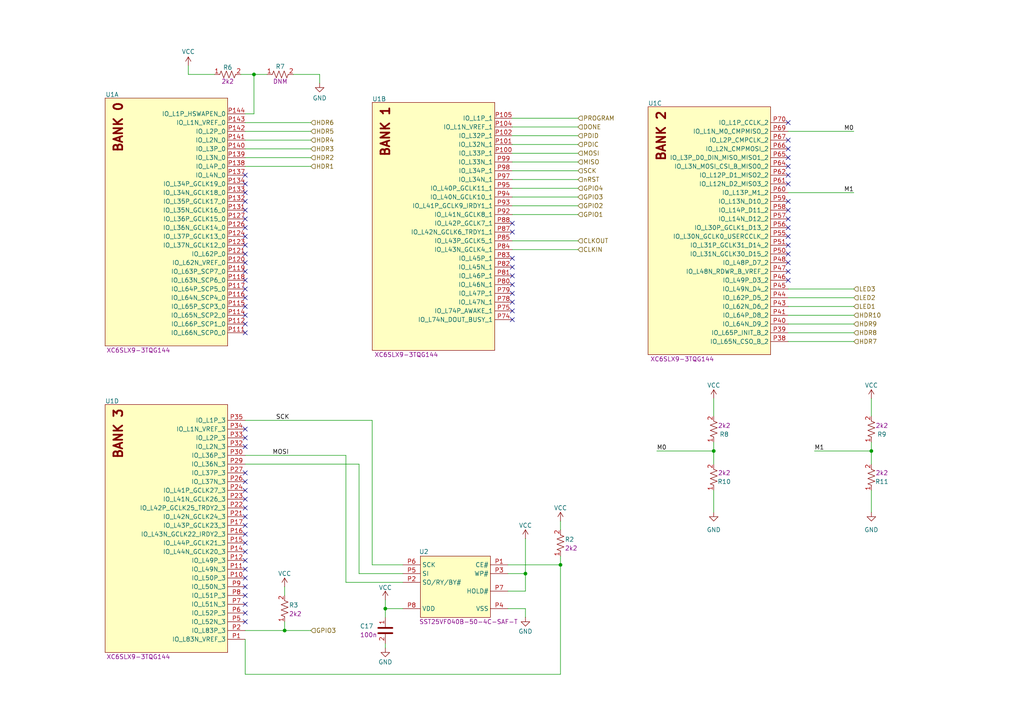
<source format=kicad_sch>
(kicad_sch (version 20231120) (generator "eeschema") (generator_version "8.0")
  (paper "A4")
  (lib_symbols
    (symbol "0603_Yageo_Res:RES_2k2_0603"
      (property "Reference" "R" (at -20.32 5.08 0))
      (property "Display Value" "2k2" (at 15.24 5.08 0))
      (symbol "RES_2k2_0603_0_1"
        (polyline (pts (xy -2.286 0) (xy -2.54 0)))
        (polyline (pts (xy 2.286 0) (xy 2.54 0)))
        (polyline (pts (xy -2.286 0) (xy -1.905 1.016) (xy -1.524 0) (xy -1.143 -1.016) (xy -0.762 0)))
        (polyline (pts (xy -0.762 0) (xy -0.381 1.016) (xy 0 0) (xy 0.381 -1.016) (xy 0.762 0)))
        (polyline (pts (xy 0.762 0) (xy 1.143 1.016) (xy 1.524 0) (xy 1.905 -1.016) (xy 2.286 0)))
      )
      (symbol "RES_2k2_0603_1_1"
        (pin passive line (at -3.81 0 0) (length 1.27) (name "~") (number "1"))
        (pin passive line (at 3.81 0 180) (length 1.27) (name "~") (number "2"))
      )
    )
    (symbol "nae_caps:CAP_100n_6.3V_0603"
      (property "Reference" "C" (at -20.32 5.08 0))
      (property "Display Value" "100n" (at 15.24 5.08 0))
      (symbol "CAP_100n_6.3V_0603_0_1"
        (polyline (pts (xy -0.762 -2.032) (xy -0.762 2.032)) (stroke (width 0.508)))
        (polyline (pts (xy 0.762 -2.032) (xy 0.762 2.032)) (stroke (width 0.508)))
      )
      (symbol "CAP_100n_6.3V_0603_1_1"
        (pin passive line (at -3.81 0 0) (length 2.794) (name "~") (number "1"))
        (pin passive line (at 3.81 0 180) (length 2.794) (name "~") (number "2"))
      )
    )
    (symbol "power:GND" (power) (pin_numbers hide) (pin_names (offset 0) hide)
      (property "Value" "GND" (at 0 -3.81 0))
      (symbol "GND_0_1"
        (polyline (pts (xy 0 0) (xy 0 -1.27) (xy 1.27 -1.27) (xy 0 -2.54) (xy -1.27 -1.27) (xy 0 -1.27)))
      )
      (symbol "GND_1_1"
        (pin power_in line (at 0 0 270) (length 0) (name "~") (number "1"))
      )
    )
    (symbol "power:VCC" (power) (pin_numbers hide) (pin_names (offset 0) hide)
      (property "Value" "VCC" (at 0 3.556 0))
      (symbol "VCC_0_1"
        (polyline (pts (xy -0.762 1.27) (xy 0 2.54)))
        (polyline (pts (xy 0 0) (xy 0 2.54)))
        (polyline (pts (xy 0 2.54) (xy 0.762 1.27)))
      )
      (symbol "VCC_1_1"
        (pin power_in line (at 0 0 90) (length 0) (name "~") (number "1"))
      )
    )
    (symbol "tutorial_2_library:DNM_RES_0603_1"
      (property "Reference" "R" (at -20.32 5.08 0))
      (property "Display Value" "DNM" (at 15.24 5.08 0))
      (symbol "DNM_RES_0603_1_0_1"
        (polyline (pts (xy -2.286 0) (xy -2.54 0)))
        (polyline (pts (xy 2.286 0) (xy 2.54 0)))
        (polyline (pts (xy -2.286 0) (xy -1.905 1.016) (xy -1.524 0) (xy -1.143 -1.016) (xy -0.762 0)))
        (polyline (pts (xy -0.762 0) (xy -0.381 1.016) (xy 0 0) (xy 0.381 -1.016) (xy 0.762 0)))
        (polyline (pts (xy 0.762 0) (xy 1.143 1.016) (xy 1.524 0) (xy 1.905 -1.016) (xy 2.286 0)))
      )
      (symbol "DNM_RES_0603_1_1_1"
        (pin passive line (at -3.81 0 0) (length 1.27) (name "~") (number "1"))
        (pin passive line (at 3.81 0 180) (length 1.27) (name "~") (number "2"))
      )
    )
    (symbol "tutorial_2_library:SST25VF040B-50-4C-SAF-T"
      (property "Reference" "U" (at -9.652 3.556 0))
      (property "Display Value" "SST25VF040B-50-4C-SAF-T" (at 3.81 -16.51 0))
      (symbol "SST25VF040B-50-4C-SAF-T_1_1"
        (rectangle (start -10.16 2.54) (end 10.16 -15.24) (fill (type background)))
        (pin unspecified line (at 15.24 0 180) (length 5.08) (name "CE#") (number "P1"))
        (pin unspecified line (at -15.24 -5.08 0) (length 5.08) (name "SO/RY/BY#") (number "P2"))
        (pin unspecified line (at 15.24 -2.54 180) (length 5.08) (name "WP#") (number "P3"))
        (pin unspecified line (at 15.24 -12.7 180) (length 5.08) (name "VSS") (number "P4"))
        (pin unspecified line (at -15.24 -2.54 0) (length 5.08) (name "SI") (number "P5"))
        (pin unspecified line (at -15.24 0 0) (length 5.08) (name "SCK") (number "P6"))
        (pin unspecified line (at 15.24 -7.62 180) (length 5.08) (name "HOLD#") (number "P7"))
        (pin unspecified line (at -15.24 -12.7 0) (length 5.08) (name "VDD") (number "P8"))
      )
    )
    (symbol "tutorial_2_library:XC6SLX9-3TQG144"
      (property "Reference" "U" (at -17.78 6.35 0))
      (property "Display Value" "XC6SLX9-3TQG144" (at -10.16 -69.85 0))
      (symbol "XC6SLX9-3TQG144_1_1"
        (rectangle (start -19.05 4.572) (end 16.51 -67.31) (fill (type background)))
        (text "BANK 0" (at -15.24 -3.81 900) (effects (font (size 2.54 2.54) (thickness 0.508) (bold yes))))
        (pin unspecified line (at 21.59 -63.5 180) (length 5.08) (name "IO_L66N_SCP0_0") (number "P111"))
        (pin unspecified line (at 21.59 -60.96 180) (length 5.08) (name "IO_L66P_SCP1_0") (number "P112"))
        (pin unspecified line (at 21.59 -58.42 180) (length 5.08) (name "IO_L65N_SCP2_0") (number "P114"))
        (pin unspecified line (at 21.59 -55.88 180) (length 5.08) (name "IO_L65P_SCP3_0") (number "P115"))
        (pin unspecified line (at 21.59 -53.34 180) (length 5.08) (name "IO_L64N_SCP4_0") (number "P116"))
        (pin unspecified line (at 21.59 -50.8 180) (length 5.08) (name "IO_L64P_SCP5_0") (number "P117"))
        (pin unspecified line (at 21.59 -48.26 180) (length 5.08) (name "IO_L63N_SCP6_0") (number "P118"))
        (pin unspecified line (at 21.59 -45.72 180) (length 5.08) (name "IO_L63P_SCP7_0") (number "P119"))
        (pin unspecified line (at 21.59 -43.18 180) (length 5.08) (name "IO_L62N_VREF_0") (number "P120"))
        (pin unspecified line (at 21.59 -40.64 180) (length 5.08) (name "IO_L62P_0") (number "P121"))
        (pin unspecified line (at 21.59 -38.1 180) (length 5.08) (name "IO_L37N_GCLK12_0") (number "P123"))
        (pin unspecified line (at 21.59 -35.56 180) (length 5.08) (name "IO_L37P_GCLK13_0") (number "P124"))
        (pin unspecified line (at 21.59 -33.02 180) (length 5.08) (name "IO_L36N_GCLK14_0") (number "P126"))
        (pin unspecified line (at 21.59 -30.48 180) (length 5.08) (name "IO_L36P_GCLK15_0") (number "P127"))
        (pin unspecified line (at 21.59 -27.94 180) (length 5.08) (name "IO_L35N_GCLK16_0") (number "P131"))
        (pin unspecified line (at 21.59 -25.4 180) (length 5.08) (name "IO_L35P_GCLK17_0") (number "P132"))
        (pin unspecified line (at 21.59 -22.86 180) (length 5.08) (name "IO_L34N_GCLK18_0") (number "P133"))
        (pin unspecified line (at 21.59 -20.32 180) (length 5.08) (name "IO_L34P_GCLK19_0") (number "P134"))
        (pin unspecified line (at 21.59 -17.78 180) (length 5.08) (name "IO_L4N_0") (number "P137"))
        (pin unspecified line (at 21.59 -15.24 180) (length 5.08) (name "IO_L4P_0") (number "P138"))
        (pin unspecified line (at 21.59 -12.7 180) (length 5.08) (name "IO_L3N_0") (number "P139"))
        (pin unspecified line (at 21.59 -10.16 180) (length 5.08) (name "IO_L3P_0") (number "P140"))
        (pin unspecified line (at 21.59 -7.62 180) (length 5.08) (name "IO_L2N_0") (number "P141"))
        (pin unspecified line (at 21.59 -5.08 180) (length 5.08) (name "IO_L2P_0") (number "P142"))
        (pin unspecified line (at 21.59 -2.54 180) (length 5.08) (name "IO_L1N_VREF_0") (number "P143"))
        (pin unspecified line (at 21.59 0 180) (length 5.08) (name "IO_L1P_HSWAPEN_0") (number "P144"))
      )
      (symbol "XC6SLX9-3TQG144_2_1"
        (rectangle (start -19.05 4.572) (end 16.51 -67.31) (fill (type background)))
        (text "BANK 1" (at -15.24 -3.81 900) (effects (font (size 2.54 2.54) (thickness 0.508) (bold yes))))
        (pin unspecified line (at 21.59 -10.16 180) (length 5.08) (name "IO_L33P_1") (number "P100"))
        (pin unspecified line (at 21.59 -7.62 180) (length 5.08) (name "IO_L32N_1") (number "P101"))
        (pin unspecified line (at 21.59 -5.08 180) (length 5.08) (name "IO_L32P_1") (number "P102"))
        (pin unspecified line (at 21.59 -2.54 180) (length 5.08) (name "IO_L1N_VREF_1") (number "P104"))
        (pin unspecified line (at 21.59 0 180) (length 5.08) (name "IO_L1P_1") (number "P105"))
        (pin unspecified line (at 21.59 -58.42 180) (length 5.08) (name "IO_L74N_DOUT_BUSY_1") (number "P74"))
        (pin unspecified line (at 21.59 -55.88 180) (length 5.08) (name "IO_L74P_AWAKE_1") (number "P75"))
        (pin unspecified line (at 21.59 -53.34 180) (length 5.08) (name "IO_L47N_1") (number "P78"))
        (pin unspecified line (at 21.59 -50.8 180) (length 5.08) (name "IO_L47P_1") (number "P79"))
        (pin unspecified line (at 21.59 -48.26 180) (length 5.08) (name "IO_L46N_1") (number "P80"))
        (pin unspecified line (at 21.59 -45.72 180) (length 5.08) (name "IO_L46P_1") (number "P81"))
        (pin unspecified line (at 21.59 -43.18 180) (length 5.08) (name "IO_L45N_1") (number "P82"))
        (pin unspecified line (at 21.59 -40.64 180) (length 5.08) (name "IO_L45P_1") (number "P83"))
        (pin unspecified line (at 21.59 -38.1 180) (length 5.08) (name "IO_L43N_GCLK4_1") (number "P84"))
        (pin unspecified line (at 21.59 -35.56 180) (length 5.08) (name "IO_L43P_GCLK5_1") (number "P85"))
        (pin unspecified line (at 21.59 -33.02 180) (length 5.08) (name "IO_L42N_GCLK6_TRDY1_1") (number "P87"))
        (pin unspecified line (at 21.59 -30.48 180) (length 5.08) (name "IO_L42P_GCLK7_1") (number "P88"))
        (pin unspecified line (at 21.59 -27.94 180) (length 5.08) (name "IO_L41N_GCLK8_1") (number "P92"))
        (pin unspecified line (at 21.59 -25.4 180) (length 5.08) (name "IO_L41P_GCLK9_IRDY1_1") (number "P93"))
        (pin unspecified line (at 21.59 -22.86 180) (length 5.08) (name "IO_L40N_GCLK10_1") (number "P94"))
        (pin unspecified line (at 21.59 -20.32 180) (length 5.08) (name "IO_L40P_GCLK11_1") (number "P95"))
        (pin unspecified line (at 21.59 -17.78 180) (length 5.08) (name "IO_L34N_1") (number "P97"))
        (pin unspecified line (at 21.59 -15.24 180) (length 5.08) (name "IO_L34P_1") (number "P98"))
        (pin unspecified line (at 21.59 -12.7 180) (length 5.08) (name "IO_L33N_1") (number "P99"))
      )
      (symbol "XC6SLX9-3TQG144_3_1"
        (rectangle (start -19.05 4.572) (end 16.51 -67.31) (fill (type background)))
        (text "BANK 2\n" (at -15.24 -3.81 900) (effects (font (size 2.54 2.54) (thickness 0.508) (bold yes))))
        (pin unspecified line (at 21.59 -63.5 180) (length 5.08) (name "IO_L65N_CSO_B_2") (number "P38"))
        (pin unspecified line (at 21.59 -60.96 180) (length 5.08) (name "IO_L65P_INIT_B_2") (number "P39"))
        (pin unspecified line (at 21.59 -58.42 180) (length 5.08) (name "IO_L64N_D9_2") (number "P40"))
        (pin unspecified line (at 21.59 -55.88 180) (length 5.08) (name "IO_L64P_D8_2") (number "P41"))
        (pin unspecified line (at 21.59 -53.34 180) (length 5.08) (name "IO_L62N_D6_2") (number "P43"))
        (pin unspecified line (at 21.59 -50.8 180) (length 5.08) (name "IO_L62P_D5_2") (number "P44"))
        (pin unspecified line (at 21.59 -48.26 180) (length 5.08) (name "IO_L49N_D4_2") (number "P45"))
        (pin unspecified line (at 21.59 -45.72 180) (length 5.08) (name "IO_L49P_D3_2") (number "P46"))
        (pin unspecified line (at 21.59 -43.18 180) (length 5.08) (name "IO_L48N_RDWR_B_VREF_2") (number "P47"))
        (pin unspecified line (at 21.59 -40.64 180) (length 5.08) (name "IO_L48P_D7_2") (number "P48"))
        (pin unspecified line (at 21.59 -38.1 180) (length 5.08) (name "IO_L31N_GCLK30_D15_2") (number "P50"))
        (pin unspecified line (at 21.59 -35.56 180) (length 5.08) (name "IO_L31P_GCLK31_D14_2") (number "P51"))
        (pin unspecified line (at 21.59 -33.02 180) (length 5.08) (name "IO_L30N_GCLK0_USERCCLK_2") (number "P55"))
        (pin unspecified line (at 21.59 -30.48 180) (length 5.08) (name "IO_L30P_GCLK1_D13_2") (number "P56"))
        (pin unspecified line (at 21.59 -27.94 180) (length 5.08) (name "IO_L14N_D12_2") (number "P57"))
        (pin unspecified line (at 21.59 -25.4 180) (length 5.08) (name "IO_L14P_D11_2") (number "P58"))
        (pin unspecified line (at 21.59 -22.86 180) (length 5.08) (name "IO_L13N_D10_2") (number "P59"))
        (pin unspecified line (at 21.59 -20.32 180) (length 5.08) (name "IO_L13P_M1_2") (number "P60"))
        (pin unspecified line (at 21.59 -17.78 180) (length 5.08) (name "IO_L12N_D2_MISO3_2") (number "P61"))
        (pin unspecified line (at 21.59 -15.24 180) (length 5.08) (name "IO_L12P_D1_MISO2_2") (number "P62"))
        (pin unspecified line (at 21.59 -12.7 180) (length 5.08) (name "IO_L3N_MOSI_CSI_B_MISO0_2") (number "P64"))
        (pin unspecified line (at 21.59 -10.16 180) (length 5.08) (name "IO_L3P_D0_DIN_MISO_MISO1_2") (number "P65"))
        (pin unspecified line (at 21.59 -7.62 180) (length 5.08) (name "IO_L2N_CMPMOSI_2") (number "P66"))
        (pin unspecified line (at 21.59 -5.08 180) (length 5.08) (name "IO_L2P_CMPCLK_2") (number "P67"))
        (pin unspecified line (at 21.59 -2.54 180) (length 5.08) (name "IO_L1N_M0_CMPMISO_2") (number "P69"))
        (pin unspecified line (at 21.59 0 180) (length 5.08) (name "IO_L1P_CCLK_2") (number "P70"))
      )
      (symbol "XC6SLX9-3TQG144_4_1"
        (rectangle (start -19.05 4.572) (end 16.51 -67.31) (fill (type background)))
        (text "BANK 3" (at -15.24 -3.81 900) (effects (font (size 2.54 2.54) (thickness 0.508) (bold yes))))
        (pin unspecified line (at 21.59 -63.5 180) (length 5.08) (name "IO_L83N_VREF_3") (number "P1"))
        (pin unspecified line (at 21.59 -45.72 180) (length 5.08) (name "IO_L50P_3") (number "P10"))
        (pin unspecified line (at 21.59 -43.18 180) (length 5.08) (name "IO_L49N_3") (number "P11"))
        (pin unspecified line (at 21.59 -40.64 180) (length 5.08) (name "IO_L49P_3") (number "P12"))
        (pin unspecified line (at 21.59 -38.1 180) (length 5.08) (name "IO_L44N_GCLK20_3") (number "P14"))
        (pin unspecified line (at 21.59 -35.56 180) (length 5.08) (name "IO_L44P_GCLK21_3") (number "P15"))
        (pin unspecified line (at 21.59 -33.02 180) (length 5.08) (name "IO_L43N_GCLK22_IRDY2_3") (number "P16"))
        (pin unspecified line (at 21.59 -30.48 180) (length 5.08) (name "IO_L43P_GCLK23_3") (number "P17"))
        (pin unspecified line (at 21.59 -60.96 180) (length 5.08) (name "IO_L83P_3") (number "P2"))
        (pin unspecified line (at 21.59 -27.94 180) (length 5.08) (name "IO_L42N_GCLK24_3") (number "P21"))
        (pin unspecified line (at 21.59 -25.4 180) (length 5.08) (name "IO_L42P_GCLK25_TRDY2_3") (number "P22"))
        (pin unspecified line (at 21.59 -22.86 180) (length 5.08) (name "IO_L41N_GCLK26_3") (number "P23"))
        (pin unspecified line (at 21.59 -20.32 180) (length 5.08) (name "IO_L41P_GCLK27_3") (number "P24"))
        (pin unspecified line (at 21.59 -17.78 180) (length 5.08) (name "IO_L37N_3") (number "P26"))
        (pin unspecified line (at 21.59 -15.24 180) (length 5.08) (name "IO_L37P_3") (number "P27"))
        (pin unspecified line (at 21.59 -12.7 180) (length 5.08) (name "IO_L36N_3") (number "P29"))
        (pin unspecified line (at 21.59 -10.16 180) (length 5.08) (name "IO_L36P_3") (number "P30"))
        (pin unspecified line (at 21.59 -7.62 180) (length 5.08) (name "IO_L2N_3") (number "P32"))
        (pin unspecified line (at 21.59 -5.08 180) (length 5.08) (name "IO_L2P_3") (number "P33"))
        (pin unspecified line (at 21.59 -2.54 180) (length 5.08) (name "IO_L1N_VREF_3") (number "P34"))
        (pin unspecified line (at 21.59 0 180) (length 5.08) (name "IO_L1P_3") (number "P35"))
        (pin unspecified line (at 21.59 -58.42 180) (length 5.08) (name "IO_L52N_3") (number "P5"))
        (pin unspecified line (at 21.59 -55.88 180) (length 5.08) (name "IO_L52P_3") (number "P6"))
        (pin unspecified line (at 21.59 -53.34 180) (length 5.08) (name "IO_L51N_3") (number "P7"))
        (pin unspecified line (at 21.59 -50.8 180) (length 5.08) (name "IO_L51P_3") (number "P8"))
        (pin unspecified line (at 21.59 -48.26 180) (length 5.08) (name "IO_L50N_3") (number "P9"))
      )
      (symbol "XC6SLX9-3TQG144_5_1"
        (rectangle (start 0 4.064) (end 17.78 -29.718) (fill (type background)))
        (pin unspecified line (at -5.08 -19.05 0) (length 5.08) (name "TDO") (number "P106"))
        (pin unspecified line (at -5.08 -21.59 0) (length 5.08) (name "TMS") (number "P107"))
        (pin unspecified line (at -5.08 -16.51 0) (length 5.08) (name "TCK") (number "P109"))
        (pin unspecified line (at -5.08 -13.97 0) (length 5.08) (name "TDI") (number "P110"))
        (pin unspecified line (at -5.08 -5.08 0) (length 5.08) (name "PROGRAM_B_2") (number "P37"))
        (pin unspecified line (at -5.08 0 0) (length 5.08) (name "DONE_2") (number "P71"))
        (pin unspecified line (at -5.08 -26.67 0) (length 5.08) (name "CMPCS_B_2") (number "P72"))
        (pin unspecified line (at -5.08 -7.62 0) (length 5.08) (name "SUSPEND") (number "P73"))
      )
      (symbol "XC6SLX9-3TQG144_6_1"
        (rectangle (start -10.16 3.81) (end 10.16 -35.814) (fill (type background)))
        (pin unspecified line (at -15.24 -10.16 0) (length 5.08) (name "VCCO_1") (number "P103"))
        (pin unspecified line (at -15.24 -5.08 0) (length 5.08) (name "VCCO_0") (number "P122"))
        (pin unspecified line (at -15.24 -2.54 0) (length 5.08) (name "VCCO_0") (number "P125"))
        (pin unspecified line (at 15.24 -16.51 180) (length 5.08) (name "VCCINT") (number "P128"))
        (pin unspecified line (at 15.24 0 180) (length 5.08) (name "VCCAUX") (number "P129"))
        (pin unspecified line (at -15.24 0 0) (length 5.08) (name "VCCO_0") (number "P135"))
        (pin unspecified line (at -15.24 -30.48 0) (length 5.08) (name "VCCO_3") (number "P18"))
        (pin unspecified line (at 15.24 -26.67 180) (length 5.08) (name "VCCINT") (number "P19"))
        (pin unspecified line (at 15.24 -10.16 180) (length 5.08) (name "VCCAUX") (number "P20"))
        (pin unspecified line (at 15.24 -24.13 180) (length 5.08) (name "VCCINT") (number "P28"))
        (pin unspecified line (at -15.24 -27.94 0) (length 5.08) (name "VCCO_3") (number "P31"))
        (pin unspecified line (at 15.24 -7.62 180) (length 5.08) (name "VCCAUX") (number "P36"))
        (pin unspecified line (at -15.24 -33.02 0) (length 5.08) (name "VCCO_3") (number "P4"))
        (pin unspecified line (at -15.24 -22.86 0) (length 5.08) (name "VCCO_2") (number "P42"))
        (pin unspecified line (at 15.24 -21.59 180) (length 5.08) (name "VCCINT") (number "P52"))
        (pin unspecified line (at 15.24 -5.08 180) (length 5.08) (name "VCCAUX") (number "P53"))
        (pin unspecified line (at -15.24 -20.32 0) (length 5.08) (name "VCCO_2") (number "P63"))
        (pin unspecified line (at -15.24 -15.24 0) (length 5.08) (name "VCCO_1") (number "P76"))
        (pin unspecified line (at -15.24 -12.7 0) (length 5.08) (name "VCCO_1") (number "P86"))
        (pin unspecified line (at 15.24 -19.05 180) (length 5.08) (name "VCCINT") (number "P89"))
        (pin unspecified line (at 15.24 -2.54 180) (length 5.08) (name "VCCAUX") (number "P90"))
      )
      (symbol "XC6SLX9-3TQG144_7_1"
        (rectangle (start -7.62 3.048) (end 7.62 -18.542) (fill (type background)))
        (pin unspecified line (at -12.7 -7.62 0) (length 5.08) (name "GND") (number "P108"))
        (pin unspecified line (at -12.7 -5.08 0) (length 5.08) (name "GND") (number "P113"))
        (pin unspecified line (at -12.7 -12.7 0) (length 5.08) (name "GND") (number "P13"))
        (pin unspecified line (at -12.7 -2.54 0) (length 5.08) (name "GND") (number "P130"))
        (pin unspecified line (at -12.7 0 0) (length 5.08) (name "GND") (number "P136"))
        (pin unspecified line (at -12.7 -10.16 0) (length 5.08) (name "GND") (number "P25"))
        (pin unspecified line (at -12.7 -15.24 0) (length 5.08) (name "GND") (number "P3"))
        (pin unspecified line (at 12.7 -12.7 180) (length 5.08) (name "GND") (number "P49"))
        (pin unspecified line (at 12.7 -10.16 180) (length 5.08) (name "GND") (number "P54"))
        (pin unspecified line (at 12.7 -7.62 180) (length 5.08) (name "GND") (number "P68"))
        (pin unspecified line (at 12.7 -5.08 180) (length 5.08) (name "GND") (number "P77"))
        (pin unspecified line (at 12.7 -2.54 180) (length 5.08) (name "GND") (number "P91"))
        (pin unspecified line (at 12.7 0 180) (length 5.08) (name "GND") (number "P96"))
      )
    )
  )
  (junction (at 111.76 176.53))
  (junction (at 82.55 182.88))
  (junction (at 252.73 130.81))
  (junction (at 162.56 163.83))
  (junction (at 73.66 21.59))
  (junction (at 207.01 130.81))
  (junction (at 152.4 166.37))
  (no_connect (at 71.12 76.2))
  (no_connect (at 71.12 177.8))
  (no_connect (at 71.12 147.32))
  (no_connect (at 71.12 71.12))
  (no_connect (at 71.12 93.98))
  (no_connect (at 71.12 58.42))
  (no_connect (at 71.12 157.48))
  (no_connect (at 71.12 96.52))
  (no_connect (at 71.12 137.16))
  (no_connect (at 71.12 127))
  (no_connect (at 228.6 50.8))
  (no_connect (at 228.6 40.64))
  (no_connect (at 228.6 76.2))
  (no_connect (at 148.59 74.93))
  (no_connect (at 71.12 180.34))
  (no_connect (at 228.6 63.5))
  (no_connect (at 148.59 64.77))
  (no_connect (at 228.6 35.56))
  (no_connect (at 71.12 91.44))
  (no_connect (at 71.12 66.04))
  (no_connect (at 71.12 86.36))
  (no_connect (at 71.12 55.88))
  (no_connect (at 148.59 85.09))
  (no_connect (at 228.6 60.96))
  (no_connect (at 148.59 92.71))
  (no_connect (at 71.12 88.9))
  (no_connect (at 71.12 175.26))
  (no_connect (at 71.12 162.56))
  (no_connect (at 228.6 68.58))
  (no_connect (at 71.12 83.82))
  (no_connect (at 71.12 142.24))
  (no_connect (at 71.12 144.78))
  (no_connect (at 228.6 71.12))
  (no_connect (at 71.12 170.18))
  (no_connect (at 71.12 149.86))
  (no_connect (at 228.6 73.66))
  (no_connect (at 71.12 165.1))
  (no_connect (at 71.12 139.7))
  (no_connect (at 228.6 48.26))
  (no_connect (at 71.12 81.28))
  (no_connect (at 148.59 87.63))
  (no_connect (at 71.12 160.02))
  (no_connect (at 71.12 73.66))
  (no_connect (at 148.59 90.17))
  (no_connect (at 71.12 172.72))
  (no_connect (at 71.12 50.8))
  (no_connect (at 71.12 53.34))
  (no_connect (at 71.12 167.64))
  (no_connect (at 228.6 81.28))
  (no_connect (at 71.12 78.74))
  (no_connect (at 71.12 152.4))
  (no_connect (at 228.6 66.04))
  (no_connect (at 71.12 124.46))
  (no_connect (at 71.12 68.58))
  (no_connect (at 148.59 82.55))
  (no_connect (at 228.6 78.74))
  (no_connect (at 71.12 63.5))
  (no_connect (at 71.12 60.96))
  (no_connect (at 228.6 58.42))
  (no_connect (at 71.12 154.94))
  (no_connect (at 148.59 80.01))
  (no_connect (at 148.59 77.47))
  (no_connect (at 228.6 53.34))
  (no_connect (at 148.59 67.31))
  (no_connect (at 228.6 45.72))
  (no_connect (at 228.6 43.18))
  (no_connect (at 71.12 129.54))
  (wire (pts (xy 148.59 69.85) (xy 167.64 69.85)))
  (wire (pts (xy 148.59 39.37) (xy 167.64 39.37)))
  (wire (pts (xy 111.76 186.69) (xy 111.76 187.96)))
  (wire (pts (xy 162.56 161.29) (xy 162.56 163.83)))
  (wire (pts (xy 148.59 57.15) (xy 167.64 57.15)))
  (wire (pts (xy 162.56 151.13) (xy 162.56 153.67)))
  (wire (pts (xy 207.01 128.27) (xy 207.01 130.81)))
  (wire (pts (xy 111.76 176.53) (xy 111.76 173.99)))
  (wire (pts (xy 148.59 52.07) (xy 167.64 52.07)))
  (wire (pts (xy 73.66 33.02) (xy 73.66 21.59)))
  (wire (pts (xy 100.33 132.08) (xy 100.33 168.91)))
  (wire (pts (xy 228.6 91.44) (xy 247.65 91.44)))
  (wire (pts (xy 82.55 180.34) (xy 82.55 182.88)))
  (wire (pts (xy 71.12 195.58) (xy 71.12 185.42)))
  (wire (pts (xy 54.61 21.59) (xy 54.61 19.05)))
  (wire (pts (xy 111.76 176.53) (xy 111.76 179.07)))
  (wire (pts (xy 100.33 168.91) (xy 116.84 168.91)))
  (wire (pts (xy 71.12 182.88) (xy 82.55 182.88)))
  (wire (pts (xy 148.59 36.83) (xy 167.64 36.83)))
  (wire (pts (xy 152.4 156.21) (xy 152.4 166.37)))
  (wire (pts (xy 228.6 88.9) (xy 247.65 88.9)))
  (wire (pts (xy 228.6 55.88) (xy 247.65 55.88)))
  (wire (pts (xy 92.71 21.59) (xy 92.71 24.13)))
  (wire (pts (xy 152.4 166.37) (xy 152.4 171.45)))
  (wire (pts (xy 71.12 132.08) (xy 100.33 132.08)))
  (wire (pts (xy 71.12 40.64) (xy 90.17 40.64)))
  (wire (pts (xy 148.59 54.61) (xy 167.64 54.61)))
  (wire (pts (xy 147.32 171.45) (xy 152.4 171.45)))
  (wire (pts (xy 252.73 115.57) (xy 252.73 120.65)))
  (wire (pts (xy 71.12 35.56) (xy 90.17 35.56)))
  (wire (pts (xy 252.73 130.81) (xy 252.73 134.62)))
  (wire (pts (xy 71.12 38.1) (xy 90.17 38.1)))
  (wire (pts (xy 148.59 34.29) (xy 167.64 34.29)))
  (wire (pts (xy 71.12 121.92) (xy 107.95 121.92)))
  (wire (pts (xy 71.12 43.18) (xy 90.17 43.18)))
  (wire (pts (xy 252.73 128.27) (xy 252.73 130.81)))
  (wire (pts (xy 116.84 176.53) (xy 111.76 176.53)))
  (wire (pts (xy 71.12 48.26) (xy 90.17 48.26)))
  (wire (pts (xy 73.66 21.59) (xy 77.47 21.59)))
  (wire (pts (xy 82.55 182.88) (xy 90.17 182.88)))
  (wire (pts (xy 62.23 21.59) (xy 54.61 21.59)))
  (wire (pts (xy 71.12 134.62) (xy 104.14 134.62)))
  (wire (pts (xy 148.59 59.69) (xy 167.64 59.69)))
  (wire (pts (xy 147.32 176.53) (xy 152.4 176.53)))
  (wire (pts (xy 69.85 21.59) (xy 73.66 21.59)))
  (wire (pts (xy 148.59 46.99) (xy 167.64 46.99)))
  (wire (pts (xy 162.56 195.58) (xy 71.12 195.58)))
  (wire (pts (xy 82.55 170.18) (xy 82.55 172.72)))
  (wire (pts (xy 207.01 115.57) (xy 207.01 120.65)))
  (wire (pts (xy 252.73 142.24) (xy 252.73 148.59)))
  (wire (pts (xy 228.6 93.98) (xy 247.65 93.98)))
  (wire (pts (xy 104.14 134.62) (xy 104.14 166.37)))
  (wire (pts (xy 228.6 99.06) (xy 247.65 99.06)))
  (wire (pts (xy 148.59 62.23) (xy 167.64 62.23)))
  (wire (pts (xy 228.6 83.82) (xy 247.65 83.82)))
  (wire (pts (xy 228.6 96.52) (xy 247.65 96.52)))
  (wire (pts (xy 148.59 49.53) (xy 167.64 49.53)))
  (wire (pts (xy 85.09 21.59) (xy 92.71 21.59)))
  (wire (pts (xy 152.4 179.07) (xy 152.4 176.53)))
  (wire (pts (xy 71.12 45.72) (xy 90.17 45.72)))
  (wire (pts (xy 228.6 86.36) (xy 247.65 86.36)))
  (wire (pts (xy 148.59 44.45) (xy 167.64 44.45)))
  (wire (pts (xy 107.95 163.83) (xy 116.84 163.83)))
  (wire (pts (xy 147.32 166.37) (xy 152.4 166.37)))
  (wire (pts (xy 71.12 33.02) (xy 73.66 33.02)))
  (wire (pts (xy 190.5 130.81) (xy 207.01 130.81)))
  (wire (pts (xy 107.95 121.92) (xy 107.95 163.83)))
  (wire (pts (xy 104.14 166.37) (xy 116.84 166.37)))
  (wire (pts (xy 207.01 130.81) (xy 207.01 134.62)))
  (wire (pts (xy 148.59 72.39) (xy 167.64 72.39)))
  (wire (pts (xy 207.01 142.24) (xy 207.01 148.59)))
  (wire (pts (xy 147.32 163.83) (xy 162.56 163.83)))
  (wire (pts (xy 148.59 41.91) (xy 167.64 41.91)))
  (wire (pts (xy 162.56 163.83) (xy 162.56 195.58)))
  (wire (pts (xy 228.6 38.1) (xy 247.65 38.1)))
  (wire (pts (xy 236.22 130.81) (xy 252.73 130.81)))
  (label "SCK" (at 80.01 121.92 0))
  (label "M0" (at 190.5 130.81 0))
  (label "M0" (at 247.65 38.1 180))
  (label "MOSI" (at 83.82 132.08 180))
  (label "M1" (at 236.22 130.81 0))
  (label "M1" (at 247.65 55.88 180))
  (hierarchical_label "HDR10" (shape input) (at 247.65 91.44 0))
  (hierarchical_label "HDR8" (shape input) (at 247.65 96.52 0))
  (hierarchical_label "MOSI" (shape input) (at 167.64 44.45 0))
  (hierarchical_label "PROGRAM" (shape input) (at 167.64 34.29 0))
  (hierarchical_label "MISO" (shape input) (at 167.64 46.99 0))
  (hierarchical_label "HDR7" (shape input) (at 247.65 99.06 0))
  (hierarchical_label "HDR5" (shape input) (at 90.17 38.1 0))
  (hierarchical_label "HDR4" (shape input) (at 90.17 40.64 0))
  (hierarchical_label "LED1" (shape input) (at 247.65 88.9 0))
  (hierarchical_label "LED3" (shape input) (at 247.65 83.82 0))
  (hierarchical_label "HDR6" (shape input) (at 90.17 35.56 0))
  (hierarchical_label "GPIO4" (shape input) (at 167.64 54.61 0))
  (hierarchical_label "LED2" (shape input) (at 247.65 86.36 0))
  (hierarchical_label "PDIC" (shape input) (at 167.64 41.91 0))
  (hierarchical_label "HDR3" (shape input) (at 90.17 43.18 0))
  (hierarchical_label "HDR2" (shape input) (at 90.17 45.72 0))
  (hierarchical_label "GPIO2" (shape input) (at 167.64 59.69 0))
  (hierarchical_label "CLKOUT" (shape input) (at 167.64 69.85 0))
  (hierarchical_label "GPIO3" (shape input) (at 167.64 57.15 0))
  (hierarchical_label "nRST" (shape input) (at 167.64 52.07 0))
  (hierarchical_label "SCK" (shape input) (at 167.64 49.53 0))
  (hierarchical_label "CLKIN" (shape input) (at 167.64 72.39 0))
  (hierarchical_label "GPIO1" (shape input) (at 167.64 62.23 0))
  (hierarchical_label "DONE" (shape input) (at 167.64 36.83 0))
  (hierarchical_label "HDR9" (shape input) (at 247.65 93.98 0))
  (hierarchical_label "PDID" (shape input) (at 167.64 39.37 0))
  (hierarchical_label "GPIO3" (shape input) (at 90.17 182.88 0))
  (hierarchical_label "HDR1" (shape input) (at 90.17 48.26 0))
  (symbol (lib_id "0603_Yageo_Res:RES_2k2_0603") (at 66.04 21.59 0) (unit 1)
    (property "Reference" "R6" (at 66.04 19.558 0))
    (property "Value" "RES_2k2_0603" (effects (hide yes)))
    (property "Footprint" "Resistor_SMD:R_0603_1608Metric" (effects (hide yes)))
    (property "Datasheet" "https://www.yageo.com/upload/media/product/products/datasheet/rchip/PYu-RC_Group_51_RoHS_L_12.pdf" (effects (hide yes)))
    (property "Description" "RES 2.2K OHM 1% 1/10W 0603" (effects (hide yes)))
    (property "Display Value" "2k2" (at 66.04 23.622 0))
    (property "Manufacturer" "YAGEO" (effects (hide yes)))
    (property "Manufacturer Part Number" "RC0603FR-072K2L" (effects (hide yes)))
    (property "Supplier 1" "DigiKey" (effects (hide yes)))
    (property "Supplier 1 Part Number" "311-2.20KHRCT-ND" (effects (hide yes)))
    (property "Supplier 2" "no_data" (effects (hide yes)))
    (property "Supplier 2 Part Number" "no_data" (effects (hide yes)))
  )
  (symbol (lib_id "tutorial_2_library:SST25VF040B-50-4C-SAF-T") (at 132.08 163.83 0) (unit 1)
    (property "Reference" "U2" (at 122.936 160.02 0))
    (property "Value" "SST25VF040B-50-4C-SAF-T" (effects (hide yes)))
    (property "Footprint" "Package_SO:SOIC-8_5.275x5.275mm_P1.27mm" (effects (hide yes)))
    (property "Datasheet" "https://ww1.microchip.com/downloads/en/DeviceDoc/20005051E.pdf" (effects (hide yes)))
    (property "Description" "IC FLASH 4MBIT SPI 50MHZ 8SOIC" (effects (hide yes)))
    (property "Display Value" "SST25VF040B-50-4C-SAF-T" (at 135.89 180.34 0))
    (property "Manufacturer" "Microchip Technology" (effects (hide yes)))
    (property "Manufacturer Part Number" "SST25VF040B-50-4C-SAF-T" (effects (hide yes)))
    (property "Supplier 1" "DigiKey" (effects (hide yes)))
    (property "Supplier 1 Part Number" "SST25VF040B-50-4C-SAF-TTR-ND" (effects (hide yes)))
  )
  (symbol (lib_id "tutorial_2_library:XC6SLX9-3TQG144") (at 127 34.29 0) (unit 2)
    (property "Reference" "U1" (at 109.982 28.702 0))
    (property "Value" "XC6SLX9-3TQG144" (effects (hide yes)))
    (property "Footprint" "Package_QFP:TQFP-144_20x20mm_P0.5mm" (effects (hide yes)))
    (property "Datasheet" "https://docs.amd.com/v/u/en-US/ds162" (effects (hide yes)))
    (property "Description" "IC FPGA 102 I/O 144TQFP" (effects (hide yes)))
    (property "Display Value" "XC6SLX9-3TQG144" (at 117.856 102.87 0))
    (property "Manufacturer" "AMD" (effects (hide yes)))
    (property "Manufacturer Part Number" "XC6SLX9-3TQG144CXC6SLX9-3TQG144C" (effects (hide yes)))
    (property "Supplier 1" "DigiKey" (effects (hide yes)))
    (property "Supplier 1 Part Number" "122-1747-ND" (effects (hide yes)))
  )
  (symbol (lib_id "power:VCC") (at 152.4 156.21 0) (unit 1)
    (property "Reference" "#PWR032" (effects (hide yes)))
    (property "Value" "VCC" (at 152.4 152.4 0))
    (property "Description" "Power symbol creates a global label with name \"VCC\"" (effects (hide yes)))
  )
  (symbol (lib_id "power:GND") (at 207.01 148.59 0) (unit 1)
    (property "Reference" "#PWR036" (effects (hide yes)))
    (property "Value" "GND" (at 207.01 153.67 0))
    (property "Description" "Power symbol creates a global label with name \"GND\" , ground" (effects (hide yes)))
  )
  (symbol (lib_id "power:VCC") (at 54.61 19.05 0) (unit 1)
    (property "Reference" "#PWR028" (effects (hide yes)))
    (property "Value" "VCC" (at 54.61 14.986 0))
    (property "Description" "Power symbol creates a global label with name \"VCC\"" (effects (hide yes)))
  )
  (symbol (lib_id "tutorial_2_library:XC6SLX9-3TQG144") (at 207.01 35.56 0) (unit 3)
    (property "Reference" "U1" (at 189.992 29.972 0))
    (property "Value" "XC6SLX9-3TQG144" (effects (hide yes)))
    (property "Footprint" "Package_QFP:TQFP-144_20x20mm_P0.5mm" (effects (hide yes)))
    (property "Datasheet" "https://docs.amd.com/v/u/en-US/ds162" (effects (hide yes)))
    (property "Description" "IC FPGA 102 I/O 144TQFP" (effects (hide yes)))
    (property "Display Value" "XC6SLX9-3TQG144" (at 197.866 104.14 0))
    (property "Manufacturer" "AMD" (effects (hide yes)))
    (property "Manufacturer Part Number" "XC6SLX9-3TQG144CXC6SLX9-3TQG144C" (effects (hide yes)))
    (property "Supplier 1" "DigiKey" (effects (hide yes)))
    (property "Supplier 1 Part Number" "122-1747-ND" (effects (hide yes)))
  )
  (symbol (lib_id "power:GND") (at 252.73 148.59 0) (unit 1)
    (property "Reference" "#PWR038" (effects (hide yes)))
    (property "Value" "GND" (at 252.73 153.67 0))
    (property "Description" "Power symbol creates a global label with name \"GND\" , ground" (effects (hide yes)))
  )
  (symbol (lib_id "power:VCC") (at 111.76 173.99 0) (unit 1)
    (property "Reference" "#PWR031" (effects (hide yes)))
    (property "Value" "VCC" (at 111.76 170.434 0))
    (property "Description" "Power symbol creates a global label with name \"VCC\"" (effects (hide yes)))
  )
  (symbol (lib_id "power:VCC") (at 252.73 115.57 0) (unit 1)
    (property "Reference" "#PWR037" (effects (hide yes)))
    (property "Value" "VCC" (at 252.73 111.76 0))
    (property "Description" "Power symbol creates a global label with name \"VCC\"" (effects (hide yes)))
  )
  (symbol (lib_id "power:VCC") (at 82.55 170.18 0) (unit 1)
    (property "Reference" "#PWR034" (effects (hide yes)))
    (property "Value" "VCC" (at 82.55 166.37 0))
    (property "Description" "Power symbol creates a global label with name \"VCC\"" (effects (hide yes)))
  )
  (symbol (lib_id "0603_Yageo_Res:RES_2k2_0603") (at 207.01 124.46 90) (unit 1)
    (property "Reference" "R8" (at 210.058 125.984 90))
    (property "Value" "RES_2k2_0603" (effects (hide yes)))
    (property "Footprint" "Resistor_SMD:R_0603_1608Metric" (effects (hide yes)))
    (property "Datasheet" "https://www.yageo.com/upload/media/product/products/datasheet/rchip/PYu-RC_Group_51_RoHS_L_12.pdf" (effects (hide yes)))
    (property "Description" "RES 2.2K OHM 1% 1/10W 0603" (effects (hide yes)))
    (property "Display Value" "2k2" (at 210.058 123.444 90))
    (property "Manufacturer" "YAGEO" (effects (hide yes)))
    (property "Manufacturer Part Number" "RC0603FR-072K2L" (effects (hide yes)))
    (property "Supplier 1" "DigiKey" (effects (hide yes)))
    (property "Supplier 1 Part Number" "311-2.20KHRCT-ND" (effects (hide yes)))
    (property "Supplier 2" "no_data" (effects (hide yes)))
    (property "Supplier 2 Part Number" "no_data" (effects (hide yes)))
  )
  (symbol (lib_id "tutorial_2_library:XC6SLX9-3TQG144") (at 49.53 33.02 0) (unit 1)
    (property "Reference" "U1" (at 32.512 27.432 0))
    (property "Value" "XC6SLX9-3TQG144" (effects (hide yes)))
    (property "Footprint" "Package_QFP:TQFP-144_20x20mm_P0.5mm" (effects (hide yes)))
    (property "Datasheet" "https://docs.amd.com/v/u/en-US/ds162" (effects (hide yes)))
    (property "Description" "IC FPGA 102 I/O 144TQFP" (effects (hide yes)))
    (property "Display Value" "XC6SLX9-3TQG144" (at 40.132 101.6 0))
    (property "Manufacturer" "AMD" (effects (hide yes)))
    (property "Manufacturer Part Number" "XC6SLX9-3TQG144CXC6SLX9-3TQG144C" (effects (hide yes)))
    (property "Supplier 1" "DigiKey" (effects (hide yes)))
    (property "Supplier 1 Part Number" "122-1747-ND" (effects (hide yes)))
  )
  (symbol (lib_id "power:GND") (at 111.76 187.96 0) (mirror y) (unit 1)
    (property "Reference" "#PWR030" (effects (hide yes)))
    (property "Value" "GND" (at 111.76 192.024 0))
    (property "Description" "Power symbol creates a global label with name \"GND\" , ground" (effects (hide yes)))
  )
  (symbol (lib_id "0603_Yageo_Res:RES_2k2_0603") (at 252.73 138.43 90) (unit 1)
    (property "Reference" "R11" (at 255.778 139.7 90))
    (property "Value" "RES_2k2_0603" (effects (hide yes)))
    (property "Footprint" "Resistor_SMD:R_0603_1608Metric" (effects (hide yes)))
    (property "Datasheet" "https://www.yageo.com/upload/media/product/products/datasheet/rchip/PYu-RC_Group_51_RoHS_L_12.pdf" (effects (hide yes)))
    (property "Description" "RES 2.2K OHM 1% 1/10W 0603" (effects (hide yes)))
    (property "Display Value" "2k2" (at 255.778 137.16 90))
    (property "Manufacturer" "YAGEO" (effects (hide yes)))
    (property "Manufacturer Part Number" "RC0603FR-072K2L" (effects (hide yes)))
    (property "Supplier 1" "DigiKey" (effects (hide yes)))
    (property "Supplier 1 Part Number" "311-2.20KHRCT-ND" (effects (hide yes)))
    (property "Supplier 2" "no_data" (effects (hide yes)))
    (property "Supplier 2 Part Number" "no_data" (effects (hide yes)))
  )
  (symbol (lib_id "tutorial_2_library:XC6SLX9-3TQG144") (at 49.53 121.92 0) (unit 4)
    (property "Reference" "U1" (at 32.512 116.332 0))
    (property "Value" "XC6SLX9-3TQG144" (effects (hide yes)))
    (property "Footprint" "Package_QFP:TQFP-144_20x20mm_P0.5mm" (effects (hide yes)))
    (property "Datasheet" "https://docs.amd.com/v/u/en-US/ds162" (effects (hide yes)))
    (property "Description" "IC FPGA 102 I/O 144TQFP" (effects (hide yes)))
    (property "Display Value" "XC6SLX9-3TQG144" (at 40.132 190.5 0))
    (property "Manufacturer" "AMD" (effects (hide yes)))
    (property "Manufacturer Part Number" "XC6SLX9-3TQG144CXC6SLX9-3TQG144C" (effects (hide yes)))
    (property "Supplier 1" "DigiKey" (effects (hide yes)))
    (property "Supplier 1 Part Number" "122-1747-ND" (effects (hide yes)))
  )
  (symbol (lib_id "nae_caps:CAP_100n_6.3V_0603") (at 111.76 182.88 270) (unit 1)
    (property "Reference" "C17" (at 104.394 181.61 90) (effects (justify left)))
    (property "Value" "CAP_100n_6.3V_0603" (effects (hide yes)))
    (property "Footprint" "Capacitor_SMD:C_0603_1608Metric" (effects (hide yes)))
    (property "Datasheet" "https://www.yageo.com/upload/media/product/productsearch/datasheet/mlcc/UPY-GPHC_X7R_6.3V-to-250V_24.pdf" (effects (hide yes)))
    (property "Description" "CAP CER 0.1UF 6.3V X7R 0603" (effects (hide yes)))
    (property "Display Value" "100n" (at 104.394 184.15 90) (effects (justify left)))
    (property "Manufacturer" "YAGEO" (effects (hide yes)))
    (property "Manufacturer Part Number" "CC0603KRX7R5BB104" (effects (hide yes)))
    (property "Supplier 1" "DigiKey" (effects (hide yes)))
    (property "Supplier 1 Part Number" "13-CC0603KRX7R5BB104CT-ND" (effects (hide yes)))
    (property "Supplier 2" "no_data" (effects (hide yes)))
    (property "Supplier 2 Part Number" "no_data" (effects (hide yes)))
  )
  (symbol (lib_id "0603_Yageo_Res:RES_2k2_0603") (at 252.73 124.46 90) (unit 1)
    (property "Reference" "R9" (at 255.778 125.984 90))
    (property "Value" "RES_2k2_0603" (effects (hide yes)))
    (property "Footprint" "Resistor_SMD:R_0603_1608Metric" (effects (hide yes)))
    (property "Datasheet" "https://www.yageo.com/upload/media/product/products/datasheet/rchip/PYu-RC_Group_51_RoHS_L_12.pdf" (effects (hide yes)))
    (property "Description" "RES 2.2K OHM 1% 1/10W 0603" (effects (hide yes)))
    (property "Display Value" "2k2" (at 255.778 123.444 90))
    (property "Manufacturer" "YAGEO" (effects (hide yes)))
    (property "Manufacturer Part Number" "RC0603FR-072K2L" (effects (hide yes)))
    (property "Supplier 1" "DigiKey" (effects (hide yes)))
    (property "Supplier 1 Part Number" "311-2.20KHRCT-ND" (effects (hide yes)))
    (property "Supplier 2" "no_data" (effects (hide yes)))
    (property "Supplier 2 Part Number" "no_data" (effects (hide yes)))
  )
  (symbol (lib_id "0603_Yageo_Res:RES_2k2_0603") (at 82.55 176.53 90) (unit 1)
    (property "Reference" "R3" (at 83.82 175.514 90) (effects (justify right)))
    (property "Value" "RES_2k2_0603" (effects (hide yes)))
    (property "Footprint" "Resistor_SMD:R_0603_1608Metric" (effects (hide yes)))
    (property "Datasheet" "https://www.yageo.com/upload/media/product/products/datasheet/rchip/PYu-RC_Group_51_RoHS_L_12.pdf" (effects (hide yes)))
    (property "Description" "RES 2.2K OHM 1% 1/10W 0603" (effects (hide yes)))
    (property "Display Value" "2k2" (at 83.82 178.054 90) (effects (justify right)))
    (property "Manufacturer" "YAGEO" (effects (hide yes)))
    (property "Manufacturer Part Number" "RC0603FR-072K2L" (effects (hide yes)))
    (property "Supplier 1" "DigiKey" (effects (hide yes)))
    (property "Supplier 1 Part Number" "311-2.20KHRCT-ND" (effects (hide yes)))
    (property "Supplier 2" "no_data" (effects (hide yes)))
    (property "Supplier 2 Part Number" "no_data" (effects (hide yes)))
  )
  (symbol (lib_id "tutorial_2_library:DNM_RES_0603_1") (at 81.28 21.59 0) (unit 1)
    (property "Reference" "R7" (at 81.28 19.304 0))
    (property "Value" "DNM_0603" (effects (hide yes)))
    (property "Footprint" "Resistor_SMD:R_0603_1608Metric" (effects (hide yes)))
    (property "Datasheet" "https://www.yageo.com/upload/media/product/products/datasheet/rchip/PYu-RC_Group_51_RoHS_L_12.pdf" (effects (hide yes)))
    (property "Description" "RES 0603" (effects (hide yes)))
    (property "Display Value" "DNM" (at 81.28 23.622 0))
    (property "Manufacturer" "YAGEO" (effects (hide yes)))
    (property "Manufacturer Part Number" "RC0603JR-0722RL" (effects (hide yes)))
    (property "Supplier 1" "DigiKey" (effects (hide yes)))
    (property "Supplier 1 Part Number" "311-22GRCT-ND" (effects (hide yes)))
  )
  (symbol (lib_id "power:VCC") (at 207.01 115.57 0) (unit 1)
    (property "Reference" "#PWR035" (effects (hide yes)))
    (property "Value" "VCC" (at 207.01 111.76 0))
    (property "Description" "Power symbol creates a global label with name \"VCC\"" (effects (hide yes)))
  )
  (symbol (lib_id "power:GND") (at 152.4 179.07 0) (unit 1)
    (property "Reference" "#PWR029" (effects (hide yes)))
    (property "Value" "GND" (at 152.4 183.134 0))
    (property "Description" "Power symbol creates a global label with name \"GND\" , ground" (effects (hide yes)))
  )
  (symbol (lib_id "0603_Yageo_Res:RES_2k2_0603") (at 162.56 157.48 90) (unit 1)
    (property "Reference" "R2" (at 163.83 156.464 90) (effects (justify right)))
    (property "Value" "RES_2k2_0603" (effects (hide yes)))
    (property "Footprint" "Resistor_SMD:R_0603_1608Metric" (effects (hide yes)))
    (property "Datasheet" "https://www.yageo.com/upload/media/product/products/datasheet/rchip/PYu-RC_Group_51_RoHS_L_12.pdf" (effects (hide yes)))
    (property "Description" "RES 2.2K OHM 1% 1/10W 0603" (effects (hide yes)))
    (property "Display Value" "2k2" (at 163.83 159.004 90) (effects (justify right)))
    (property "Manufacturer" "YAGEO" (effects (hide yes)))
    (property "Manufacturer Part Number" "RC0603FR-072K2L" (effects (hide yes)))
    (property "Supplier 1" "DigiKey" (effects (hide yes)))
    (property "Supplier 1 Part Number" "311-2.20KHRCT-ND" (effects (hide yes)))
    (property "Supplier 2" "no_data" (effects (hide yes)))
    (property "Supplier 2 Part Number" "no_data" (effects (hide yes)))
  )
  (symbol (lib_id "power:VCC") (at 162.56 151.13 0) (unit 1)
    (property "Reference" "#PWR033" (effects (hide yes)))
    (property "Value" "VCC" (at 162.56 147.32 0))
    (property "Description" "Power symbol creates a global label with name \"VCC\"" (effects (hide yes)))
  )
  (symbol (lib_id "power:GND") (at 92.71 24.13 0) (unit 1)
    (property "Reference" "#PWR027" (effects (hide yes)))
    (property "Value" "GND" (at 92.71 28.448 0))
    (property "Description" "Power symbol creates a global label with name \"GND\" , ground" (effects (hide yes)))
  )
  (symbol (lib_id "0603_Yageo_Res:RES_2k2_0603") (at 207.01 138.43 90) (unit 1)
    (property "Reference" "R10" (at 210.058 139.7 90))
    (property "Value" "RES_2k2_0603" (effects (hide yes)))
    (property "Footprint" "Resistor_SMD:R_0603_1608Metric" (effects (hide yes)))
    (property "Datasheet" "https://www.yageo.com/upload/media/product/products/datasheet/rchip/PYu-RC_Group_51_RoHS_L_12.pdf" (effects (hide yes)))
    (property "Description" "RES 2.2K OHM 1% 1/10W 0603" (effects (hide yes)))
    (property "Display Value" "2k2" (at 210.058 137.16 90))
    (property "Manufacturer" "YAGEO" (effects (hide yes)))
    (property "Manufacturer Part Number" "RC0603FR-072K2L" (effects (hide yes)))
    (property "Supplier 1" "DigiKey" (effects (hide yes)))
    (property "Supplier 1 Part Number" "311-2.20KHRCT-ND" (effects (hide yes)))
    (property "Supplier 2" "no_data" (effects (hide yes)))
    (property "Supplier 2 Part Number" "no_data" (effects (hide yes)))
  )
)
</source>
